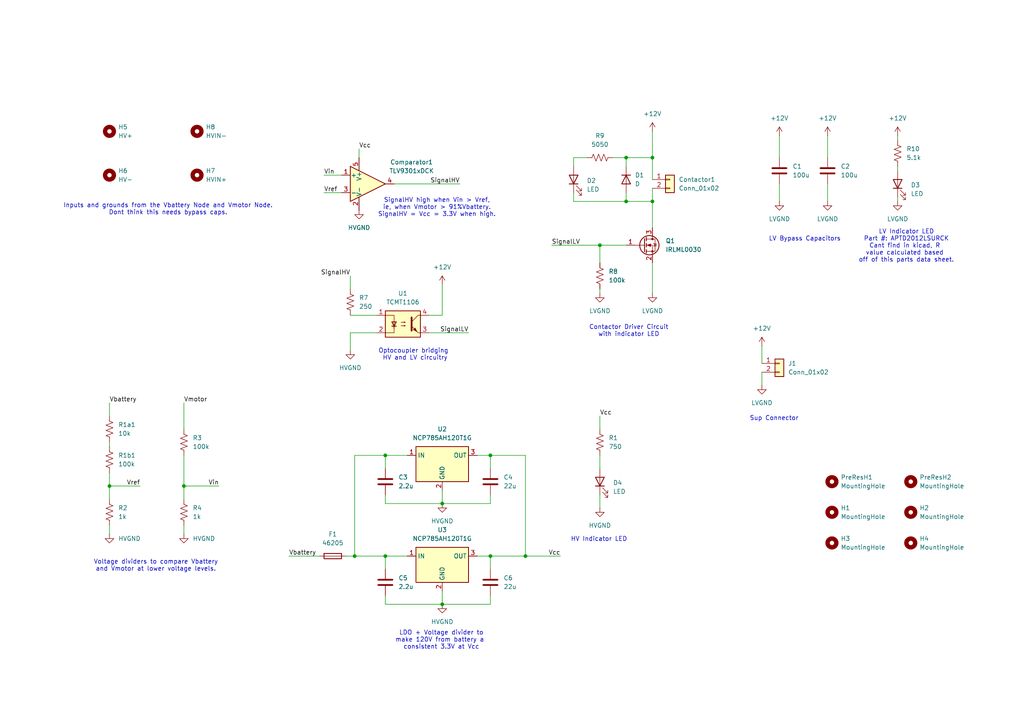
<source format=kicad_sch>
(kicad_sch (version 20231120) (generator "eeschema") (generator_version "8.0")
  (paper "A4")
  (lib_symbols
    (symbol "Amplifier_Operational:TLV9301xDCK" (pin_names (offset 0.127))
      (property "Reference" "U" (at 7.62 2.54 0))
      (property "Value" "TLV9301xDCK" (at 11.43 -2.54 0))
      (symbol "TLV9301xDCK_0_1"
        (polyline (pts (xy -2.54 5.08) (xy -2.54 -5.08) (xy 7.62 0) (xy -2.54 5.08)) (stroke (width 0.254)) (fill (type background)))
      )
      (symbol "TLV9301xDCK_1_1"
        (pin input line (at -5.08 2.54 0) (length 2.54) (name "+") (number "1"))
        (pin power_in line (at 0 -7.62 90) (length 3.81) (name "V-") (number "2"))
        (pin input line (at -5.08 -2.54 0) (length 2.54) (name "-") (number "3"))
        (pin output line (at 10.16 0 180) (length 2.54) (name "~") (number "4"))
        (pin power_in line (at 0 7.62 270) (length 3.81) (name "V+") (number "5"))
      )
    )
    (symbol "Connector_Generic:Conn_01x02" (pin_names (offset 1.016) hide)
      (property "Reference" "J" (at 0 2.54 0))
      (property "Value" "Conn_01x02" (at 0 -5.08 0))
      (symbol "Conn_01x02_1_1"
        (rectangle (start -1.27 -2.413) (end 0 -2.667) (stroke (width 0.1524)))
        (rectangle (start -1.27 0.127) (end 0 -0.127) (stroke (width 0.1524)))
        (rectangle (start -1.27 1.27) (end 1.27 -3.81) (stroke (width 0.254)) (fill (type background)))
        (pin passive line (at -5.08 0 0) (length 3.81) (name "Pin_1") (number "1"))
        (pin passive line (at -5.08 -2.54 0) (length 3.81) (name "Pin_2") (number "2"))
      )
    )
    (symbol "Device:C" (pin_numbers hide) (pin_names (offset 0.254))
      (property "Reference" "C" (at 0.635 2.54 0))
      (property "Value" "C" (at 0.635 -2.54 0))
      (symbol "C_0_1"
        (polyline (pts (xy -2.032 -0.762) (xy 2.032 -0.762)) (stroke (width 0.508)))
        (polyline (pts (xy -2.032 0.762) (xy 2.032 0.762)) (stroke (width 0.508)))
      )
      (symbol "C_1_1"
        (pin passive line (at 0 3.81 270) (length 2.794) (name "~") (number "1"))
        (pin passive line (at 0 -3.81 90) (length 2.794) (name "~") (number "2"))
      )
    )
    (symbol "Device:D" (pin_numbers hide) (pin_names (offset 1.016) hide)
      (property "Reference" "D" (at 0 2.54 0))
      (property "Value" "D" (at 0 -2.54 0))
      (symbol "D_0_1"
        (polyline (pts (xy -1.27 1.27) (xy -1.27 -1.27)) (stroke (width 0.254)))
        (polyline (pts (xy 1.27 0) (xy -1.27 0)))
        (polyline (pts (xy 1.27 1.27) (xy 1.27 -1.27) (xy -1.27 0) (xy 1.27 1.27)) (stroke (width 0.254)))
      )
      (symbol "D_1_1"
        (pin passive line (at -3.81 0 0) (length 2.54) (name "K") (number "1"))
        (pin passive line (at 3.81 0 180) (length 2.54) (name "A") (number "2"))
      )
    )
    (symbol "Device:Fuse" (pin_numbers hide) (pin_names (offset 0))
      (property "Reference" "F" (at 2.032 0 90))
      (property "Value" "Fuse" (at -1.905 0 90))
      (symbol "Fuse_0_1"
        (rectangle (start -0.762 -2.54) (end 0.762 2.54) (stroke (width 0.254)))
        (polyline (pts (xy 0 2.54) (xy 0 -2.54)))
      )
      (symbol "Fuse_1_1"
        (pin passive line (at 0 3.81 270) (length 1.27) (name "~") (number "1"))
        (pin passive line (at 0 -3.81 90) (length 1.27) (name "~") (number "2"))
      )
    )
    (symbol "Device:LED" (pin_numbers hide) (pin_names (offset 1.016) hide)
      (property "Reference" "D" (at 0 2.54 0))
      (property "Value" "LED" (at 0 -2.54 0))
      (symbol "LED_0_1"
        (polyline (pts (xy -1.27 -1.27) (xy -1.27 1.27)) (stroke (width 0.254)))
        (polyline (pts (xy -1.27 0) (xy 1.27 0)))
        (polyline (pts (xy 1.27 -1.27) (xy 1.27 1.27) (xy -1.27 0) (xy 1.27 -1.27)) (stroke (width 0.254)))
        (polyline (pts (xy -3.048 -0.762) (xy -4.572 -2.286) (xy -3.81 -2.286) (xy -4.572 -2.286) (xy -4.572 -1.524)))
        (polyline (pts (xy -1.778 -0.762) (xy -3.302 -2.286) (xy -2.54 -2.286) (xy -3.302 -2.286) (xy -3.302 -1.524)))
      )
      (symbol "LED_1_1"
        (pin passive line (at -3.81 0 0) (length 2.54) (name "K") (number "1"))
        (pin passive line (at 3.81 0 180) (length 2.54) (name "A") (number "2"))
      )
    )
    (symbol "Device:R_US" (pin_numbers hide) (pin_names (offset 0))
      (property "Reference" "R" (at 2.54 0 90))
      (property "Value" "R_US" (at -2.54 0 90))
      (symbol "R_US_0_1"
        (polyline (pts (xy 0 -2.286) (xy 0 -2.54)))
        (polyline (pts (xy 0 2.286) (xy 0 2.54)))
        (polyline (pts (xy 0 -0.762) (xy 1.016 -1.143) (xy 0 -1.524) (xy -1.016 -1.905) (xy 0 -2.286)))
        (polyline (pts (xy 0 0.762) (xy 1.016 0.381) (xy 0 0) (xy -1.016 -0.381) (xy 0 -0.762)))
        (polyline (pts (xy 0 2.286) (xy 1.016 1.905) (xy 0 1.524) (xy -1.016 1.143) (xy 0 0.762)))
      )
      (symbol "R_US_1_1"
        (pin passive line (at 0 3.81 270) (length 1.27) (name "~") (number "1"))
        (pin passive line (at 0 -3.81 90) (length 1.27) (name "~") (number "2"))
      )
    )
    (symbol "Isolator:TCMT1106" (pin_names (offset 1.016))
      (property "Reference" "U" (at 0 5.08 0))
      (property "Value" "TCMT1106" (at 0 -5.08 0))
      (symbol "TCMT1106_1_1"
        (rectangle (start -5.08 3.81) (end 5.08 -3.81) (stroke (width 0.254)) (fill (type background)))
        (polyline (pts (xy -3.175 -0.635) (xy -1.905 -0.635)) (stroke (width 0.254)))
        (polyline (pts (xy 2.54 0.635) (xy 4.445 2.54)))
        (polyline (pts (xy 4.445 -2.54) (xy 2.54 -0.635)) (fill (type outline)))
        (polyline (pts (xy 4.445 -2.54) (xy 5.08 -2.54)))
        (polyline (pts (xy 4.445 2.54) (xy 5.08 2.54)))
        (polyline (pts (xy -2.54 -0.635) (xy -2.54 -2.54) (xy -5.08 -2.54)))
        (polyline (pts (xy 2.54 1.905) (xy 2.54 -1.905) (xy 2.54 -1.905)) (stroke (width 0.508)))
        (polyline (pts (xy -5.08 2.54) (xy -2.54 2.54) (xy -2.54 -1.27) (xy -2.54 0.635)))
        (polyline (pts (xy -2.54 -0.635) (xy -3.175 0.635) (xy -1.905 0.635) (xy -2.54 -0.635)) (stroke (width 0.254)))
        (polyline (pts (xy -0.508 -0.508) (xy 0.762 -0.508) (xy 0.381 -0.635) (xy 0.381 -0.381) (xy 0.762 -0.508)))
        (polyline (pts (xy -0.508 0.508) (xy 0.762 0.508) (xy 0.381 0.381) (xy 0.381 0.635) (xy 0.762 0.508)))
        (polyline (pts (xy 3.048 -1.651) (xy 3.556 -1.143) (xy 4.064 -2.159) (xy 3.048 -1.651) (xy 3.048 -1.651)) (fill (type outline)))
        (pin passive line (at -7.62 2.54 0) (length 2.54) (name "~") (number "1"))
        (pin passive line (at -7.62 -2.54 0) (length 2.54) (name "~") (number "2"))
        (pin passive line (at 7.62 -2.54 180) (length 2.54) (name "~") (number "3"))
        (pin passive line (at 7.62 2.54 180) (length 2.54) (name "~") (number "4"))
      )
    )
    (symbol "Mechanical:MountingHole" (pin_names (offset 1.016)) (exclude_from_sim yes) (in_bom no)
      (property "Reference" "H" (at 0 5.08 0))
      (property "Value" "MountingHole" (at 0 3.175 0))
      (symbol "MountingHole_0_1"
        (circle (center 0 0) (radius 1.27) (stroke (width 1.27)))
      )
    )
    (symbol "Regulator_Linear:LT1963AxST-3.3"
      (property "Reference" "U" (at -7.62 6.35 0))
      (property "Value" "LT1963AxST-3.3" (at -1.27 6.35 0))
      (symbol "LT1963AxST-3.3_0_1"
        (rectangle (start -7.62 5.08) (end 7.62 -5.08) (stroke (width 0.254)) (fill (type background)))
      )
      (symbol "LT1963AxST-3.3_1_1"
        (pin power_in line (at -10.16 2.54 0) (length 2.54) (name "IN") (number "1"))
        (pin power_in line (at 0 -7.62 90) (length 2.54) (name "GND") (number "2"))
        (pin power_out line (at 10.16 2.54 180) (length 2.54) (name "OUT") (number "3"))
      )
    )
    (symbol "Transistor_FET:IRLML0030" (pin_names hide)
      (property "Reference" "Q" (at 5.08 1.905 0))
      (property "Value" "IRLML0030" (at 5.08 0 0))
      (symbol "IRLML0030_0_1"
        (polyline (pts (xy 0.254 0) (xy -2.54 0)))
        (polyline (pts (xy 0.254 1.905) (xy 0.254 -1.905)) (stroke (width 0.254)))
        (polyline (pts (xy 0.762 -1.27) (xy 0.762 -2.286)) (stroke (width 0.254)))
        (polyline (pts (xy 0.762 0.508) (xy 0.762 -0.508)) (stroke (width 0.254)))
        (polyline (pts (xy 0.762 2.286) (xy 0.762 1.27)) (stroke (width 0.254)))
        (polyline (pts (xy 2.54 2.54) (xy 2.54 1.778)))
        (polyline (pts (xy 2.54 -2.54) (xy 2.54 0) (xy 0.762 0)))
        (polyline (pts (xy 0.762 -1.778) (xy 3.302 -1.778) (xy 3.302 1.778) (xy 0.762 1.778)))
        (polyline (pts (xy 1.016 0) (xy 2.032 0.381) (xy 2.032 -0.381) (xy 1.016 0)) (fill (type outline)))
        (polyline (pts (xy 2.794 0.508) (xy 2.921 0.381) (xy 3.683 0.381) (xy 3.81 0.254)))
        (polyline (pts (xy 3.302 0.381) (xy 2.921 -0.254) (xy 3.683 -0.254) (xy 3.302 0.381)))
        (circle (center 1.651 0) (radius 2.794) (stroke (width 0.254)))
        (circle (center 2.54 -1.778) (radius 0.254) (fill (type outline)))
        (circle (center 2.54 1.778) (radius 0.254) (fill (type outline)))
      )
      (symbol "IRLML0030_1_1"
        (pin input line (at -5.08 0 0) (length 2.54) (name "G") (number "1"))
        (pin passive line (at 2.54 -5.08 90) (length 2.54) (name "S") (number "2"))
        (pin passive line (at 2.54 5.08 270) (length 2.54) (name "D") (number "3"))
      )
    )
    (symbol "power:+12V" (power) (pin_numbers hide) (pin_names (offset 0) hide)
      (property "Value" "+12V" (at 0 3.556 0))
      (symbol "+12V_0_1"
        (polyline (pts (xy -0.762 1.27) (xy 0 2.54)))
        (polyline (pts (xy 0 0) (xy 0 2.54)))
        (polyline (pts (xy 0 2.54) (xy 0.762 1.27)))
      )
      (symbol "+12V_1_1"
        (pin power_in line (at 0 0 90) (length 0) (name "~") (number "1"))
      )
    )
    (symbol "power:GND" (power) (pin_numbers hide) (pin_names (offset 0) hide)
      (property "Value" "GND" (at 0 -3.81 0))
      (symbol "GND_0_1"
        (polyline (pts (xy 0 0) (xy 0 -1.27) (xy 1.27 -1.27) (xy 0 -2.54) (xy -1.27 -1.27) (xy 0 -1.27)))
      )
      (symbol "GND_1_1"
        (pin power_in line (at 0 0 270) (length 0) (name "~") (number "1"))
      )
    )
  )
  (junction (at 189.23 45.72))
  (junction (at 102.87 161.29))
  (junction (at 152.4 161.29))
  (junction (at 128.27 146.05))
  (junction (at 111.76 161.29))
  (junction (at 189.23 58.42))
  (junction (at 173.99 71.12))
  (junction (at 31.75 140.97))
  (junction (at 53.34 140.97))
  (junction (at 181.61 45.72))
  (junction (at 142.24 132.08))
  (junction (at 111.76 132.08))
  (junction (at 142.24 161.29))
  (junction (at 181.61 58.42))
  (junction (at 128.27 175.26))
  (wire (pts (xy 166.37 58.42) (xy 181.61 58.42)))
  (wire (pts (xy 111.76 132.08) (xy 118.11 132.08)))
  (wire (pts (xy 83.82 161.29) (xy 92.71 161.29)))
  (wire (pts (xy 181.61 45.72) (xy 181.61 48.26)))
  (wire (pts (xy 93.98 55.88) (xy 99.06 55.88)))
  (wire (pts (xy 93.98 50.8) (xy 99.06 50.8)))
  (wire (pts (xy 173.99 143.51) (xy 173.99 147.32)))
  (wire (pts (xy 152.4 161.29) (xy 162.56 161.29)))
  (wire (pts (xy 101.6 96.52) (xy 109.22 96.52)))
  (wire (pts (xy 240.03 53.34) (xy 240.03 58.42)))
  (wire (pts (xy 260.35 39.37) (xy 260.35 40.64)))
  (wire (pts (xy 124.46 91.44) (xy 128.27 91.44)))
  (wire (pts (xy 260.35 48.26) (xy 260.35 49.53)))
  (wire (pts (xy 128.27 82.55) (xy 128.27 91.44)))
  (wire (pts (xy 189.23 76.2) (xy 189.23 85.09)))
  (wire (pts (xy 53.34 116.84) (xy 53.34 124.46)))
  (wire (pts (xy 111.76 161.29) (xy 118.11 161.29)))
  (wire (pts (xy 128.27 146.05) (xy 142.24 146.05)))
  (wire (pts (xy 160.02 71.12) (xy 173.99 71.12)))
  (wire (pts (xy 31.75 128.27) (xy 31.75 129.54)))
  (wire (pts (xy 128.27 171.45) (xy 128.27 175.26)))
  (wire (pts (xy 220.98 107.95) (xy 220.98 111.76)))
  (wire (pts (xy 142.24 161.29) (xy 142.24 165.1)))
  (wire (pts (xy 142.24 143.51) (xy 142.24 146.05)))
  (wire (pts (xy 226.06 39.37) (xy 226.06 45.72)))
  (wire (pts (xy 142.24 132.08) (xy 142.24 135.89)))
  (wire (pts (xy 53.34 132.08) (xy 53.34 140.97)))
  (wire (pts (xy 100.33 161.29) (xy 102.87 161.29)))
  (wire (pts (xy 173.99 120.65) (xy 173.99 124.46)))
  (wire (pts (xy 111.76 172.72) (xy 111.76 175.26)))
  (wire (pts (xy 124.46 96.52) (xy 135.89 96.52)))
  (wire (pts (xy 152.4 132.08) (xy 152.4 161.29)))
  (wire (pts (xy 189.23 45.72) (xy 189.23 52.07)))
  (wire (pts (xy 111.76 175.26) (xy 128.27 175.26)))
  (wire (pts (xy 128.27 142.24) (xy 128.27 146.05)))
  (wire (pts (xy 142.24 172.72) (xy 142.24 175.26)))
  (wire (pts (xy 226.06 53.34) (xy 226.06 58.42)))
  (wire (pts (xy 53.34 140.97) (xy 53.34 144.78)))
  (wire (pts (xy 31.75 140.97) (xy 31.75 144.78)))
  (wire (pts (xy 142.24 161.29) (xy 152.4 161.29)))
  (wire (pts (xy 138.43 161.29) (xy 142.24 161.29)))
  (wire (pts (xy 31.75 137.16) (xy 31.75 140.97)))
  (wire (pts (xy 104.14 43.18) (xy 104.14 45.72)))
  (wire (pts (xy 102.87 161.29) (xy 111.76 161.29)))
  (wire (pts (xy 31.75 140.97) (xy 40.64 140.97)))
  (wire (pts (xy 177.8 45.72) (xy 181.61 45.72)))
  (wire (pts (xy 189.23 54.61) (xy 189.23 58.42)))
  (wire (pts (xy 166.37 55.88) (xy 166.37 58.42)))
  (wire (pts (xy 31.75 116.84) (xy 31.75 120.65)))
  (wire (pts (xy 101.6 80.01) (xy 101.6 83.82)))
  (wire (pts (xy 220.98 100.33) (xy 220.98 105.41)))
  (wire (pts (xy 53.34 140.97) (xy 63.5 140.97)))
  (wire (pts (xy 173.99 132.08) (xy 173.99 135.89)))
  (wire (pts (xy 31.75 152.4) (xy 31.75 154.94)))
  (wire (pts (xy 173.99 71.12) (xy 181.61 71.12)))
  (wire (pts (xy 181.61 55.88) (xy 181.61 58.42)))
  (wire (pts (xy 102.87 132.08) (xy 111.76 132.08)))
  (wire (pts (xy 109.22 91.44) (xy 101.6 91.44)))
  (wire (pts (xy 166.37 48.26) (xy 166.37 45.72)))
  (wire (pts (xy 181.61 58.42) (xy 189.23 58.42)))
  (wire (pts (xy 240.03 39.37) (xy 240.03 45.72)))
  (wire (pts (xy 166.37 45.72) (xy 170.18 45.72)))
  (wire (pts (xy 173.99 83.82) (xy 173.99 85.09)))
  (wire (pts (xy 114.3 53.34) (xy 133.35 53.34)))
  (wire (pts (xy 189.23 45.72) (xy 181.61 45.72)))
  (wire (pts (xy 128.27 175.26) (xy 142.24 175.26)))
  (wire (pts (xy 260.35 57.15) (xy 260.35 58.42)))
  (wire (pts (xy 111.76 143.51) (xy 111.76 146.05)))
  (wire (pts (xy 111.76 132.08) (xy 111.76 135.89)))
  (wire (pts (xy 102.87 132.08) (xy 102.87 161.29)))
  (wire (pts (xy 111.76 161.29) (xy 111.76 165.1)))
  (wire (pts (xy 138.43 132.08) (xy 142.24 132.08)))
  (wire (pts (xy 173.99 76.2) (xy 173.99 71.12)))
  (wire (pts (xy 189.23 58.42) (xy 189.23 66.04)))
  (wire (pts (xy 53.34 152.4) (xy 53.34 154.94)))
  (wire (pts (xy 142.24 132.08) (xy 152.4 132.08)))
  (wire (pts (xy 189.23 38.1) (xy 189.23 45.72)))
  (wire (pts (xy 101.6 96.52) (xy 101.6 101.6)))
  (wire (pts (xy 111.76 146.05) (xy 128.27 146.05)))
  (text "SignalHV high when Vin > Vref,\nie, when Vmotor > 91%Vbattery.\nSignalHV = Vcc = 3.3V when high." (at 126.746 60.198 0) (effects (font (size 1.27 1.27))))
  (text "LV Indicator LED\nPart #: APTD2012LSURCK\nCant find in kicad, R \nvalue calculated based \noff of this parts data sheet." (at 262.89 71.374 0) (effects (font (size 1.27 1.27))))
  (text "Contactor Driver Circuit\nwith indicator LED" (at 182.372 96.012 0) (effects (font (size 1.27 1.27))))
  (text "Optocoupler bridging \nHV and LV circuitry" (at 120.396 102.87 0) (effects (font (size 1.27 1.27))))
  (text "LDO + Voltage divider to\nmake 120V from battery a \nconsistent 3.3V at Vcc" (at 128.016 185.674 0) (effects (font (size 1.27 1.27))))
  (text "Inputs and grounds from the Vbattery Node and Vmotor Node.\nDont think this needs bypass caps." (at 48.768 60.706 0) (effects (font (size 1.27 1.27))))
  (text "HV Indicator LED\n" (at 173.736 156.464 0) (effects (font (size 1.27 1.27))))
  (text "LV Bypass Capacitors" (at 233.426 69.342 0) (effects (font (size 1.27 1.27))))
  (text "Voltage dividers to compare Vbattery\nand Vmotor at lower voltage levels." (at 45.212 164.084 0) (effects (font (size 1.27 1.27))))
  (text "Sup Connector" (at 224.536 121.412 0) (effects (font (size 1.27 1.27))))
  (label "SignalHV" (at 133.35 53.34 180))
  (label "Vmotor" (at 53.34 116.84 0))
  (label "Vin" (at 93.98 50.8 0))
  (label "Vcc" (at 162.56 161.29 180))
  (label "Vin" (at 63.5 140.97 180))
  (label "Vref" (at 93.98 55.88 0))
  (label "Vbattery" (at 31.75 116.84 0))
  (label "Vbattery" (at 83.82 161.29 0))
  (label "Vcc" (at 173.99 120.65 0))
  (label "SignalLV" (at 160.02 71.12 0))
  (label "Vcc" (at 104.14 43.18 0))
  (label "SignalLV" (at 135.89 96.52 180))
  (label "SignalHV" (at 101.6 80.01 180))
  (label "Vref" (at 40.64 140.97 180))
  (symbol (lib_id "power:GND") (at 173.99 147.32 0) (unit 1)
    (property "Reference" "#PWR022" (effects (hide yes)))
    (property "Value" "HVGND" (at 173.99 152.4 0))
    (property "Description" "Power symbol creates a global label with name \"GND\" , ground" (effects (hide yes)))
  )
  (symbol (lib_id "power:+12V") (at 240.03 39.37 0) (unit 1)
    (property "Reference" "#PWR011" (effects (hide yes)))
    (property "Value" "+12V" (at 240.03 34.29 0))
    (property "Description" "Power symbol creates a global label with name \"+12V\"" (effects (hide yes)))
  )
  (symbol (lib_id "Regulator_Linear:LT1963AxST-3.3") (at 128.27 134.62 0) (unit 1)
    (property "Reference" "U2" (at 128.27 124.46 0))
    (property "Value" "NCP785AH120T1G" (at 128.27 127 0))
    (property "Footprint" "Package_TO_SOT_SMD:SOT-223-3_TabPin2" (effects (hide yes)))
    (property "Datasheet" "https://www.analog.com/media/en/technical-documentation/data-sheets/1963aff.pdf" (effects (hide yes)))
    (property "Description" "3.3V, 1.5A, Low Noise, Fast Transient Response LDO Regulator, SOT-223" (effects (hide yes)))
  )
  (symbol (lib_id "Transistor_FET:IRLML0030") (at 186.69 71.12 0) (unit 1)
    (property "Reference" "Q1" (at 193.04 69.8499 0) (effects (justify left)))
    (property "Value" "IRLML0030" (at 193.04 72.3899 0) (effects (justify left)))
    (property "Footprint" "Package_TO_SOT_SMD:SOT-23" (effects (hide yes)))
    (property "Datasheet" "https://www.infineon.com/dgdl/irlml0030pbf.pdf?fileId=5546d462533600a401535664773825df" (effects (hide yes)))
    (property "Description" "5.3A Id, 30V Vds, 27mOhm Rds, N-Channel HEXFET Power MOSFET, SOT-23" (effects (hide yes)))
  )
  (symbol (lib_id "Device:Fuse") (at 96.52 161.29 90) (unit 1)
    (property "Reference" "F1" (at 96.52 154.94 90))
    (property "Value" "46205" (at 96.52 157.48 90))
    (property "Description" "Fuse" (effects (hide yes)))
  )
  (symbol (lib_id "Device:C") (at 240.03 49.53 0) (unit 1)
    (property "Reference" "C2" (at 243.84 48.2599 0) (effects (justify left)))
    (property "Value" "100u" (at 243.84 50.7999 0) (effects (justify left)))
    (property "Description" "Unpolarized capacitor" (effects (hide yes)))
  )
  (symbol (lib_id "Mechanical:MountingHole") (at 57.15 50.8 0) (unit 1) (exclude_from_sim yes) (in_bom no)
    (property "Reference" "H7" (at 59.69 49.5299 0) (effects (justify left)))
    (property "Value" "HVIN+" (at 59.69 52.0699 0) (effects (justify left)))
    (property "Description" "Mounting Hole without connection" (effects (hide yes)))
  )
  (symbol (lib_id "Mechanical:MountingHole") (at 264.16 157.48 0) (unit 1) (exclude_from_sim yes) (in_bom no)
    (property "Reference" "H4" (at 266.7 156.2099 0) (effects (justify left)))
    (property "Value" "MountingHole" (at 266.7 158.7499 0) (effects (justify left)))
    (property "Description" "Mounting Hole without connection" (effects (hide yes)))
  )
  (symbol (lib_id "Connector_Generic:Conn_01x02") (at 226.06 105.41 0) (unit 1)
    (property "Reference" "J1" (at 228.6 105.4099 0) (effects (justify left)))
    (property "Value" "Conn_01x02" (at 228.6 107.9499 0) (effects (justify left)))
    (property "Description" "Generic connector, single row, 01x02, script generated (kicad-library-utils/schlib/autogen/connector/)" (effects (hide yes)))
  )
  (symbol (lib_id "power:+12V") (at 189.23 38.1 0) (unit 1)
    (property "Reference" "#PWR07" (effects (hide yes)))
    (property "Value" "+12V" (at 189.23 33.02 0))
    (property "Description" "Power symbol creates a global label with name \"+12V\"" (effects (hide yes)))
  )
  (symbol (lib_id "power:GND") (at 128.27 175.26 0) (unit 1)
    (property "Reference" "#PWR024" (effects (hide yes)))
    (property "Value" "HVGND" (at 128.27 180.34 0))
    (property "Description" "Power symbol creates a global label with name \"GND\" , ground" (effects (hide yes)))
  )
  (symbol (lib_id "Regulator_Linear:LT1963AxST-3.3") (at 128.27 163.83 0) (unit 1)
    (property "Reference" "U3" (at 128.27 153.67 0))
    (property "Value" "NCP785AH120T1G" (at 128.27 156.21 0))
    (property "Footprint" "Package_TO_SOT_SMD:SOT-223-3_TabPin2" (effects (hide yes)))
    (property "Datasheet" "https://www.analog.com/media/en/technical-documentation/data-sheets/1963aff.pdf" (effects (hide yes)))
    (property "Description" "3.3V, 1.5A, Low Noise, Fast Transient Response LDO Regulator, SOT-223" (effects (hide yes)))
  )
  (symbol (lib_id "power:GND") (at 128.27 146.05 0) (unit 1)
    (property "Reference" "#PWR04" (effects (hide yes)))
    (property "Value" "HVGND" (at 128.27 151.13 0))
    (property "Description" "Power symbol creates a global label with name \"GND\" , ground" (effects (hide yes)))
  )
  (symbol (lib_id "Mechanical:MountingHole") (at 241.3 139.7 0) (unit 1) (exclude_from_sim yes) (in_bom no)
    (property "Reference" "PreResH1" (at 243.84 138.4299 0) (effects (justify left)))
    (property "Value" "MountingHole" (at 243.84 140.9699 0) (effects (justify left)))
    (property "Description" "Mounting Hole without connection" (effects (hide yes)))
  )
  (symbol (lib_id "Device:LED") (at 173.99 139.7 90) (unit 1)
    (property "Reference" "D4" (at 177.8 140.0174 90) (effects (justify right)))
    (property "Value" "LED" (at 177.8 142.5574 90) (effects (justify right)))
    (property "Description" "Light emitting diode" (effects (hide yes)))
  )
  (symbol (lib_id "power:GND") (at 240.03 58.42 0) (unit 1)
    (property "Reference" "#PWR013" (effects (hide yes)))
    (property "Value" "LVGND" (at 240.03 63.5 0))
    (property "Description" "Power symbol creates a global label with name \"GND\" , ground" (effects (hide yes)))
  )
  (symbol (lib_id "Mechanical:MountingHole") (at 57.15 38.1 0) (unit 1) (exclude_from_sim yes) (in_bom no)
    (property "Reference" "H8" (at 59.69 36.8299 0) (effects (justify left)))
    (property "Value" "HVIN-" (at 59.69 39.3699 0) (effects (justify left)))
    (property "Description" "Mounting Hole without connection" (effects (hide yes)))
  )
  (symbol (lib_id "Mechanical:MountingHole") (at 241.3 148.59 0) (unit 1) (exclude_from_sim yes) (in_bom no)
    (property "Reference" "H1" (at 243.84 147.3199 0) (effects (justify left)))
    (property "Value" "MountingHole" (at 243.84 149.8599 0) (effects (justify left)))
    (property "Description" "Mounting Hole without connection" (effects (hide yes)))
  )
  (symbol (lib_id "power:+12V") (at 226.06 39.37 0) (unit 1)
    (property "Reference" "#PWR010" (effects (hide yes)))
    (property "Value" "+12V" (at 226.06 34.29 0))
    (property "Description" "Power symbol creates a global label with name \"+12V\"" (effects (hide yes)))
  )
  (symbol (lib_id "Device:R_US") (at 31.75 133.35 0) (unit 1)
    (property "Reference" "R1b1" (at 34.29 132.0799 0) (effects (justify left)))
    (property "Value" "100k" (at 34.29 134.6199 0) (effects (justify left)))
    (property "Description" "Resistor, US symbol" (effects (hide yes)))
  )
  (symbol (lib_id "power:GND") (at 104.14 60.96 0) (unit 1)
    (property "Reference" "#PWR03" (effects (hide yes)))
    (property "Value" "HVGND" (at 104.14 66.04 0))
    (property "Description" "Power symbol creates a global label with name \"GND\" , ground" (effects (hide yes)))
  )
  (symbol (lib_id "power:GND") (at 101.6 101.6 0) (unit 1)
    (property "Reference" "#PWR08" (effects (hide yes)))
    (property "Value" "HVGND" (at 101.6 106.68 0))
    (property "Description" "Power symbol creates a global label with name \"GND\" , ground" (effects (hide yes)))
  )
  (symbol (lib_id "Device:R_US") (at 53.34 148.59 0) (unit 1)
    (property "Reference" "R4" (at 55.88 147.3199 0) (effects (justify left)))
    (property "Value" "1k" (at 55.88 149.8599 0) (effects (justify left)))
    (property "Description" "Resistor, US symbol" (effects (hide yes)))
  )
  (symbol (lib_id "Device:R_US") (at 53.34 128.27 0) (unit 1)
    (property "Reference" "R3" (at 55.88 126.9999 0) (effects (justify left)))
    (property "Value" "100k" (at 55.88 129.5399 0) (effects (justify left)))
    (property "Description" "Resistor, US symbol" (effects (hide yes)))
  )
  (symbol (lib_id "power:GND") (at 260.35 58.42 0) (unit 1)
    (property "Reference" "#PWR015" (effects (hide yes)))
    (property "Value" "LVGND" (at 260.35 63.5 0))
    (property "Description" "Power symbol creates a global label with name \"GND\" , ground" (effects (hide yes)))
  )
  (symbol (lib_id "Device:D") (at 181.61 52.07 270) (unit 1)
    (property "Reference" "D1" (at 184.15 50.7999 90) (effects (justify left)))
    (property "Value" "D" (at 184.15 53.3399 90) (effects (justify left)))
    (property "Description" "Diode" (effects (hide yes)))
    (property "Sim.Device" "D" (effects (hide yes)))
    (property "Sim.Pins" "1=K 2=A" (effects (hide yes)))
  )
  (symbol (lib_id "Connector_Generic:Conn_01x02") (at 194.31 52.07 0) (unit 1)
    (property "Reference" "Contactor1" (at 196.85 52.0699 0) (effects (justify left)))
    (property "Value" "Conn_01x02" (at 196.85 54.6099 0) (effects (justify left)))
    (property "Description" "Generic connector, single row, 01x02, script generated (kicad-library-utils/schlib/autogen/connector/)" (effects (hide yes)))
  )
  (symbol (lib_id "Mechanical:MountingHole") (at 31.75 38.1 0) (unit 1) (exclude_from_sim yes) (in_bom no)
    (property "Reference" "H5" (at 34.29 36.8299 0) (effects (justify left)))
    (property "Value" "HV+" (at 34.29 39.3699 0) (effects (justify left)))
    (property "Description" "Mounting Hole without connection" (effects (hide yes)))
  )
  (symbol (lib_id "Device:R_US") (at 173.99 80.01 0) (unit 1)
    (property "Reference" "R8" (at 176.53 78.7399 0) (effects (justify left)))
    (property "Value" "100k" (at 176.53 81.2799 0) (effects (justify left)))
    (property "Description" "Resistor, US symbol" (effects (hide yes)))
  )
  (symbol (lib_id "Amplifier_Operational:TLV9301xDCK") (at 104.14 53.34 0) (unit 1)
    (property "Reference" "Comparator1" (at 119.38 47.0214 0))
    (property "Value" "TLV9301xDCK" (at 119.38 49.5614 0))
    (property "Footprint" "Package_TO_SOT_SMD:SOT-353_SC-70-5" (effects (hide yes)))
    (property "Datasheet" "https://www.ti.com/lit/ds/symlink/tlv9301.pdf" (effects (hide yes)))
    (property "Description" "40-V, 1-MHz, RRO Operational Amplifiers for Cost-Sensitive Systems, SC-70" (effects (hide yes)))
  )
  (symbol (lib_id "Device:R_US") (at 31.75 124.46 0) (unit 1)
    (property "Reference" "R1a1" (at 34.29 123.1899 0) (effects (justify left)))
    (property "Value" "10k" (at 34.29 125.7299 0) (effects (justify left)))
    (property "Description" "Resistor, US symbol" (effects (hide yes)))
  )
  (symbol (lib_id "Mechanical:MountingHole") (at 241.3 157.48 0) (unit 1) (exclude_from_sim yes) (in_bom no)
    (property "Reference" "H3" (at 243.84 156.2099 0) (effects (justify left)))
    (property "Value" "MountingHole" (at 243.84 158.7499 0) (effects (justify left)))
    (property "Description" "Mounting Hole without connection" (effects (hide yes)))
  )
  (symbol (lib_id "power:GND") (at 220.98 111.76 0) (unit 1)
    (property "Reference" "#PWR016" (effects (hide yes)))
    (property "Value" "LVGND" (at 220.98 116.84 0))
    (property "Description" "Power symbol creates a global label with name \"GND\" , ground" (effects (hide yes)))
  )
  (symbol (lib_id "Mechanical:MountingHole") (at 264.16 148.59 0) (unit 1) (exclude_from_sim yes) (in_bom no)
    (property "Reference" "H2" (at 266.7 147.3199 0) (effects (justify left)))
    (property "Value" "MountingHole" (at 266.7 149.8599 0) (effects (justify left)))
    (property "Description" "Mounting Hole without connection" (effects (hide yes)))
  )
  (symbol (lib_id "Device:R_US") (at 260.35 44.45 0) (unit 1)
    (property "Reference" "R10" (at 262.89 43.1799 0) (effects (justify left)))
    (property "Value" "5.1k" (at 262.89 45.7199 0) (effects (justify left)))
    (property "Description" "Resistor, US symbol" (effects (hide yes)))
  )
  (symbol (lib_id "Device:C") (at 142.24 168.91 0) (unit 1)
    (property "Reference" "C6" (at 146.05 167.6399 0) (effects (justify left)))
    (property "Value" "22u" (at 146.05 170.1799 0) (effects (justify left)))
    (property "Description" "Unpolarized capacitor" (effects (hide yes)))
  )
  (symbol (lib_id "power:GND") (at 31.75 154.94 0) (unit 1)
    (property "Reference" "#PWR01" (effects (hide yes)))
    (property "Value" "HVGND" (at 34.29 156.2099 0) (effects (justify left)))
    (property "Description" "Power symbol creates a global label with name \"GND\" , ground" (effects (hide yes)))
  )
  (symbol (lib_id "Mechanical:MountingHole") (at 264.16 139.7 0) (unit 1) (exclude_from_sim yes) (in_bom no)
    (property "Reference" "PreResH2" (at 266.7 138.4299 0) (effects (justify left)))
    (property "Value" "MountingHole" (at 266.7 140.9699 0) (effects (justify left)))
    (property "Description" "Mounting Hole without connection" (effects (hide yes)))
  )
  (symbol (lib_id "Device:C") (at 142.24 139.7 0) (unit 1)
    (property "Reference" "C4" (at 146.05 138.4299 0) (effects (justify left)))
    (property "Value" "22u" (at 146.05 140.9699 0) (effects (justify left)))
    (property "Description" "Unpolarized capacitor" (effects (hide yes)))
  )
  (symbol (lib_id "Device:LED") (at 166.37 52.07 90) (unit 1)
    (property "Reference" "D2" (at 170.18 52.3874 90) (effects (justify right)))
    (property "Value" "LED" (at 170.18 54.9274 90) (effects (justify right)))
    (property "Description" "Light emitting diode" (effects (hide yes)))
  )
  (symbol (lib_id "Device:C") (at 111.76 168.91 0) (unit 1)
    (property "Reference" "C5" (at 115.57 167.6399 0) (effects (justify left)))
    (property "Value" "2.2u" (at 115.57 170.1799 0) (effects (justify left)))
    (property "Description" "Unpolarized capacitor" (effects (hide yes)))
  )
  (symbol (lib_id "Device:R_US") (at 173.99 128.27 0) (unit 1)
    (property "Reference" "R1" (at 176.53 126.9999 0) (effects (justify left)))
    (property "Value" "750" (at 176.53 129.5399 0) (effects (justify left)))
    (property "Description" "Resistor, US symbol" (effects (hide yes)))
  )
  (symbol (lib_id "power:GND") (at 189.23 85.09 0) (unit 1)
    (property "Reference" "#PWR06" (effects (hide yes)))
    (property "Value" "LVGND" (at 189.23 90.17 0))
    (property "Description" "Power symbol creates a global label with name \"GND\" , ground" (effects (hide yes)))
  )
  (symbol (lib_id "power:+12V") (at 260.35 39.37 0) (unit 1)
    (property "Reference" "#PWR014" (effects (hide yes)))
    (property "Value" "+12V" (at 260.35 34.29 0))
    (property "Description" "Power symbol creates a global label with name \"+12V\"" (effects (hide yes)))
  )
  (symbol (lib_id "Device:R_US") (at 31.75 148.59 0) (unit 1)
    (property "Reference" "R2" (at 34.29 147.3199 0) (effects (justify left)))
    (property "Value" "1k" (at 34.29 149.8599 0) (effects (justify left)))
    (property "Description" "Resistor, US symbol" (effects (hide yes)))
  )
  (symbol (lib_id "Device:C") (at 226.06 49.53 0) (unit 1)
    (property "Reference" "C1" (at 229.87 48.2599 0) (effects (justify left)))
    (property "Value" "100u" (at 229.87 50.7999 0) (effects (justify left)))
    (property "Description" "Unpolarized capacitor" (effects (hide yes)))
  )
  (symbol (lib_id "power:GND") (at 226.06 58.42 0) (unit 1)
    (property "Reference" "#PWR012" (effects (hide yes)))
    (property "Value" "LVGND" (at 226.06 63.5 0))
    (property "Description" "Power symbol creates a global label with name \"GND\" , ground" (effects (hide yes)))
  )
  (symbol (lib_id "power:GND") (at 173.99 85.09 0) (unit 1)
    (property "Reference" "#PWR05" (effects (hide yes)))
    (property "Value" "LVGND" (at 173.99 90.17 0))
    (property "Description" "Power symbol creates a global label with name \"GND\" , ground" (effects (hide yes)))
  )
  (symbol (lib_id "Isolator:TCMT1106") (at 116.84 93.98 0) (unit 1)
    (property "Reference" "U1" (at 116.84 85.09 0))
    (property "Value" "TCMT1106" (at 116.84 87.63 0))
    (property "Footprint" "Package_SO:SOP-4_4.4x2.6mm_P1.27mm" (effects (hide yes)))
    (property "Datasheet" "http://www.vishay.com/docs/83510/tcmt1100.pdf" (effects (hide yes)))
    (property "Description" "Optocoupler, Vce 70V, CTR 100-300%, Viso 3750V (RMS), SOP-4" (effects (hide yes)))
  )
  (symbol (lib_id "Mechanical:MountingHole") (at 31.75 50.8 0) (unit 1) (exclude_from_sim yes) (in_bom no)
    (property "Reference" "H6" (at 34.29 49.5299 0) (effects (justify left)))
    (property "Value" "HV-" (at 34.29 52.0699 0) (effects (justify left)))
    (property "Description" "Mounting Hole without connection" (effects (hide yes)))
  )
  (symbol (lib_id "power:+12V") (at 220.98 100.33 0) (unit 1)
    (property "Reference" "#PWR019" (effects (hide yes)))
    (property "Value" "+12V" (at 220.98 95.25 0))
    (property "Description" "Power symbol creates a global label with name \"+12V\"" (effects (hide yes)))
  )
  (symbol (lib_id "power:+12V") (at 128.27 82.55 0) (unit 1)
    (property "Reference" "#PWR09" (effects (hide yes)))
    (property "Value" "+12V" (at 128.27 77.47 0))
    (property "Description" "Power symbol creates a global label with name \"+12V\"" (effects (hide yes)))
  )
  (symbol (lib_id "Device:R_US") (at 173.99 45.72 90) (unit 1)
    (property "Reference" "R9" (at 173.99 39.37 90))
    (property "Value" "5050" (at 173.99 41.91 90))
    (property "Description" "Resistor, US symbol" (effects (hide yes)))
  )
  (symbol (lib_id "Device:LED") (at 260.35 53.34 90) (unit 1)
    (property "Reference" "D3" (at 264.16 53.6574 90) (effects (justify right)))
    (property "Value" "LED" (at 264.16 56.1974 90) (effects (justify right)))
    (property "Description" "Light emitting diode" (effects (hide yes)))
  )
  (symbol (lib_id "Device:C") (at 111.76 139.7 0) (unit 1)
    (property "Reference" "C3" (at 115.57 138.4299 0) (effects (justify left)))
    (property "Value" "2.2u" (at 115.57 140.9699 0) (effects (justify left)))
    (property "Description" "Unpolarized capacitor" (effects (hide yes)))
  )
  (symbol (lib_id "power:GND") (at 53.34 154.94 0) (unit 1)
    (property "Reference" "#PWR02" (effects (hide yes)))
    (property "Value" "HVGND" (at 55.88 156.2099 0) (effects (justify left)))
    (property "Description" "Power symbol creates a global label with name \"GND\" , ground" (effects (hide yes)))
  )
  (symbol (lib_id "Device:R_US") (at 101.6 87.63 0) (unit 1)
    (property "Reference" "R7" (at 104.14 86.3599 0) (effects (justify left)))
    (property "Value" "250" (at 104.14 88.8999 0) (effects (justify left)))
    (property "Description" "Resistor, US symbol" (effects (hide yes)))
  )
)
</source>
